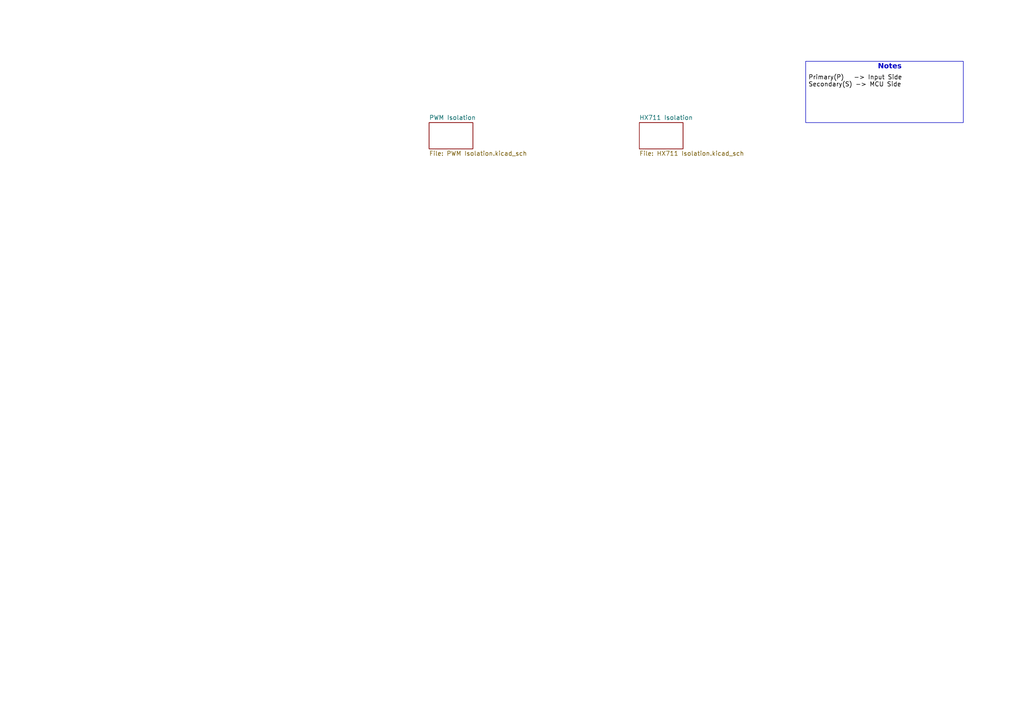
<source format=kicad_sch>
(kicad_sch
	(version 20231120)
	(generator "eeschema")
	(generator_version "8.0")
	(uuid "c2f3c882-e8d8-4011-9350-fac3c26c0aa0")
	(paper "A4")
	(title_block
		(title "OptoIsolation for Mobi-L")
		(date "2024-06-10")
		(comment 1 "Author: Srikar Bharadwaj R")
	)
	(lib_symbols)
	(rectangle
		(start 233.68 17.78)
		(end 279.4 35.56)
		(stroke
			(width 0)
			(type default)
		)
		(fill
			(type none)
		)
		(uuid 8e31a18d-daa1-4a55-aec4-fa14ce410455)
	)
	(text "Notes"
		(exclude_from_sim no)
		(at 258.064 19.812 0)
		(effects
			(font
				(face "C059")
				(size 1.5 1.5)
				(thickness 0.3)
				(bold yes)
			)
		)
		(uuid "079799c2-977e-4dbd-b718-aa0163a5621a")
	)
	(text "Primary(P)   -> Input Side\nSecondary(S) -> MCU Side\n\n\n"
		(exclude_from_sim no)
		(at 234.442 25.654 0)
		(effects
			(font
				(size 1.27 1.27)
				(color 0 0 0 1)
			)
			(justify left)
		)
		(uuid "cd77c6d3-2bf1-48bf-92d7-5cf976904ad8")
	)
	(sheet
		(at 185.42 35.56)
		(size 12.7 7.62)
		(fields_autoplaced yes)
		(stroke
			(width 0.1524)
			(type solid)
		)
		(fill
			(color 0 0 0 0.0000)
		)
		(uuid "6d46f19b-980b-46e2-b938-6ccc40ee4224")
		(property "Sheetname" "HX711 Isolation"
			(at 185.42 34.8484 0)
			(effects
				(font
					(size 1.27 1.27)
				)
				(justify left bottom)
			)
		)
		(property "Sheetfile" "HX711 Isolation.kicad_sch"
			(at 185.42 43.7646 0)
			(effects
				(font
					(size 1.27 1.27)
				)
				(justify left top)
			)
		)
		(instances
			(project "OptoIsolation"
				(path "/c2f3c882-e8d8-4011-9350-fac3c26c0aa0"
					(page "6")
				)
			)
		)
	)
	(sheet
		(at 124.46 35.56)
		(size 12.7 7.62)
		(fields_autoplaced yes)
		(stroke
			(width 0.1524)
			(type solid)
		)
		(fill
			(color 0 0 0 0.0000)
		)
		(uuid "95f5bc2b-ab1f-44fb-ad30-37c790e59cd6")
		(property "Sheetname" "PWM Isolation"
			(at 124.46 34.8484 0)
			(effects
				(font
					(size 1.27 1.27)
				)
				(justify left bottom)
			)
		)
		(property "Sheetfile" "PWM Isolation.kicad_sch"
			(at 124.46 43.7646 0)
			(effects
				(font
					(size 1.27 1.27)
				)
				(justify left top)
			)
		)
		(instances
			(project "OptoIsolation"
				(path "/c2f3c882-e8d8-4011-9350-fac3c26c0aa0"
					(page "2")
				)
			)
		)
	)
	(sheet_instances
		(path "/"
			(page "1")
		)
	)
)

</source>
